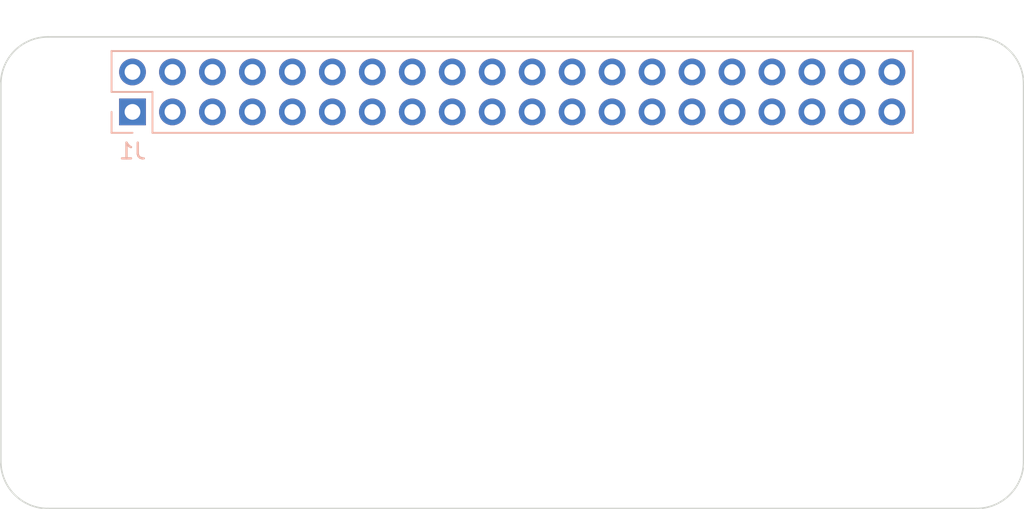
<source format=kicad_pcb>
(kicad_pcb (version 20240108) (generator "pcbnew") (generator_version "8.0")
  (title_block (date "15 nov 2012"))
  (layers (0 "F.Cu" signal) (31 "B.Cu" signal) (34 "B.Paste" user) (35 "F.Paste" user) (36 "B.SilkS" user "B.Silkscreen") (37 "F.SilkS" user "F.Silkscreen") (38 "B.Mask" user) (39 "F.Mask" user) (44 "Edge.Cuts" user))
  (net 0 "")
  (net 1 "GND")
  (net 2 "/GPIO2{slash}SDA1")
  (net 3 "/GPIO3{slash}SCL1")
  (net 4 "/GPIO4{slash}GPCLK0")
  (net 5 "/GPIO14{slash}TXD0")
  (net 6 "/GPIO15{slash}RXD0")
  (net 7 "/GPIO17")
  (net 8 "/GPIO18{slash}PCM.CLK")
  (net 9 "/GPIO27")
  (net 10 "/GPIO22")
  (net 11 "/GPIO23")
  (net 12 "/GPIO26")
  (net 13 "/GPIO24")
  (net 14 "/GPIO10{slash}SPI0.MOSI")
  (net 15 "/GPIO9{slash}SPI0.MISO")
  (net 16 "/GPIO25")
  (net 17 "/GPIO11{slash}SPI0.SCLK")
  (net 18 "/GPIO8{slash}SPI0.CE0")
  (net 19 "/GPIO7{slash}SPI0.CE1")
  (net 20 "/ID_SDA")
  (net 21 "/ID_SCL")
  (net 22 "/GPIO5")
  (net 23 "/GPIO6")
  (net 24 "/GPIO12{slash}PWM0")
  (net 25 "/GPIO13{slash}PWM1")
  (net 26 "/GPIO19{slash}PCM.FS")
  (net 27 "/GPIO16")
  (net 28 "/GPIO20{slash}PCM.DIN")
  (net 29 "/GPIO21{slash}PCM.DOUT")
  (net 30 "+5V")
  (net 31 "+3V3")
  (footprint "MountingHole:MountingHole_2.7mm_M2.5" (layer "F.Cu") (at 161.5 73.5)
    (property "Reference" "MH2" (hide yes))
    (property "Value" "MountingHole_2.7mm_M2.5" (hide yes))
    (pad "" np_thru_hole circle (at 0 0) (size 2.7 2.7) (drill 2.7) (layers "*.Cu" "*.Mask"))
  )
  (footprint "MountingHole:MountingHole_2.7mm_M2.5" (layer "F.Cu") (at 103.5 96.5)
    (property "Reference" "MH3" (hide yes))
    (property "Value" "MountingHole_2.7mm_M2.5" (hide yes))
    (pad "" np_thru_hole circle (at 0 0) (size 2.7 2.7) (drill 2.7) (layers "*.Cu" "*.Mask"))
  )
  (footprint "MountingHole:MountingHole_2.7mm_M2.5" (layer "F.Cu") (at 103.5 73.5)
    (property "Reference" "MH1" (hide yes))
    (property "Value" "MountingHole_2.7mm_M2.5" (hide yes))
    (pad "" np_thru_hole circle (at 0 0) (size 2.7 2.7) (drill 2.7) (layers "*.Cu" "*.Mask"))
  )
  (footprint "MountingHole:MountingHole_2.7mm_M2.5" (layer "F.Cu") (at 161.5 96.5)
    (property "Reference" "MH4" (hide yes))
    (property "Value" "MountingHole_2.7mm_M2.5" (hide yes))
    (pad "" np_thru_hole circle (at 0 0) (size 2.7 2.7) (drill 2.7) (layers "*.Cu" "*.Mask"))
  )
  (footprint "Connector_PinSocket_2.54mm:PinSocket_2x20_P2.54mm_Vertical" (layer "B.Cu") (at 108.37 74.77 -90)
    (property "Reference" "J1" (at 2.5 0 0) (layer "B.SilkS") (effects (justify mirror)))
    (property "Value" "GPIO")
    (fp_line (start -3.87 1.33) (end -1.27 1.33) (stroke (width 0.12)) (layer "B.SilkS"))
    (fp_line (start -3.87 1.33) (end -3.87 -49.59) (stroke (width 0.12)) (layer "B.SilkS"))
    (fp_line (start -1.27 1.33) (end -1.27 -1.27) (stroke (width 0.12)) (layer "B.SilkS"))
    (fp_line (start 0 1.33) (end 1.33 1.33) (stroke (width 0.12)) (layer "B.SilkS"))
    (fp_line (start 1.33 1.33) (end 1.33 0) (stroke (width 0.12)) (layer "B.SilkS"))
    (fp_line (start -1.27 -1.27) (end 1.33 -1.27) (stroke (width 0.12)) (layer "B.SilkS"))
    (fp_line (start 1.33 -1.27) (end 1.33 -49.59) (stroke (width 0.12)) (layer "B.SilkS"))
    (fp_line (start -3.87 -49.59) (end 1.33 -49.59) (stroke (width 0.12)) (layer "B.SilkS"))
    (pad "1" thru_hole rect (at 0 0 270) (size 1.7 1.7) (drill 1) (layers "*.Cu" "*.Mask") (net 31 "+3V3"))
    (pad "2" thru_hole oval (at -2.54 0 270) (size 1.7 1.7) (drill 1) (layers "*.Cu" "*.Mask") (net 30 "+5V"))
    (pad "3" thru_hole oval (at 0 -2.54 270) (size 1.7 1.7) (drill 1) (layers "*.Cu" "*.Mask") (net 2 "/GPIO2{slash}SDA1"))
    (pad "4" thru_hole oval (at -2.54 -2.54 270) (size 1.7 1.7) (drill 1) (layers "*.Cu" "*.Mask") (net 30 "+5V"))
    (pad "5" thru_hole oval (at 0 -5.08 270) (size 1.7 1.7) (drill 1) (layers "*.Cu" "*.Mask") (net 3 "/GPIO3{slash}SCL1"))
    (pad "6" thru_hole oval (at -2.54 -5.08 270) (size 1.7 1.7) (drill 1) (layers "*.Cu" "*.Mask") (net 1 "GND"))
    (pad "7" thru_hole oval (at 0 -7.62 270) (size 1.7 1.7) (drill 1) (layers "*.Cu" "*.Mask") (net 4 "/GPIO4{slash}GPCLK0"))
    (pad "8" thru_hole oval (at -2.54 -7.62 270) (size 1.7 1.7) (drill 1) (layers "*.Cu" "*.Mask") (net 5 "/GPIO14{slash}TXD0"))
    (pad "9" thru_hole oval (at 0 -10.16 270) (size 1.7 1.7) (drill 1) (layers "*.Cu" "*.Mask") (net 1 "GND"))
    (pad "10" thru_hole oval (at -2.54 -10.16 270) (size 1.7 1.7) (drill 1) (layers "*.Cu" "*.Mask") (net 6 "/GPIO15{slash}RXD0"))
    (pad "11" thru_hole oval (at 0 -12.7 270) (size 1.7 1.7) (drill 1) (layers "*.Cu" "*.Mask") (net 7 "/GPIO17"))
    (pad "12" thru_hole oval (at -2.54 -12.7 270) (size 1.7 1.7) (drill 1) (layers "*.Cu" "*.Mask") (net 8 "/GPIO18{slash}PCM.CLK"))
    (pad "13" thru_hole oval (at 0 -15.24 270) (size 1.7 1.7) (drill 1) (layers "*.Cu" "*.Mask") (net 9 "/GPIO27"))
    (pad "14" thru_hole oval (at -2.54 -15.24 270) (size 1.7 1.7) (drill 1) (layers "*.Cu" "*.Mask") (net 1 "GND"))
    (pad "15" thru_hole oval (at 0 -17.78 270) (size 1.7 1.7) (drill 1) (layers "*.Cu" "*.Mask") (net 10 "/GPIO22"))
    (pad "16" thru_hole oval (at -2.54 -17.78 270) (size 1.7 1.7) (drill 1) (layers "*.Cu" "*.Mask") (net 11 "/GPIO23"))
    (pad "17" thru_hole oval (at 0 -20.32 270) (size 1.7 1.7) (drill 1) (layers "*.Cu" "*.Mask") (net 31 "+3V3"))
    (pad "18" thru_hole oval (at -2.54 -20.32 270) (size 1.7 1.7) (drill 1) (layers "*.Cu" "*.Mask") (net 13 "/GPIO24"))
    (pad "19" thru_hole oval (at 0 -22.86 270) (size 1.7 1.7) (drill 1) (layers "*.Cu" "*.Mask") (net 14 "/GPIO10{slash}SPI0.MOSI"))
    (pad "20" thru_hole oval (at -2.54 -22.86 270) (size 1.7 1.7) (drill 1) (layers "*.Cu" "*.Mask") (net 1 "GND"))
    (pad "21" thru_hole oval (at 0 -25.4 270) (size 1.7 1.7) (drill 1) (layers "*.Cu" "*.Mask") (net 15 "/GPIO9{slash}SPI0.MISO"))
    (pad "22" thru_hole oval (at -2.54 -25.4 270) (size 1.7 1.7) (drill 1) (layers "*.Cu" "*.Mask") (net 16 "/GPIO25"))
    (pad "23" thru_hole oval (at 0 -27.94 270) (size 1.7 1.7) (drill 1) (layers "*.Cu" "*.Mask") (net 17 "/GPIO11{slash}SPI0.SCLK"))
    (pad "24" thru_hole oval (at -2.54 -27.94 270) (size 1.7 1.7) (drill 1) (layers "*.Cu" "*.Mask") (net 18 "/GPIO8{slash}SPI0.CE0"))
    (pad "25" thru_hole oval (at 0 -30.48 270) (size 1.7 1.7) (drill 1) (layers "*.Cu" "*.Mask") (net 1 "GND"))
    (pad "26" thru_hole oval (at -2.54 -30.48 270) (size 1.7 1.7) (drill 1) (layers "*.Cu" "*.Mask") (net 19 "/GPIO7{slash}SPI0.CE1"))
    (pad "27" thru_hole oval (at 0 -33.02 270) (size 1.7 1.7) (drill 1) (layers "*.Cu" "*.Mask") (net 20 "/ID_SDA"))
    (pad "28" thru_hole oval (at -2.54 -33.02 270) (size 1.7 1.7) (drill 1) (layers "*.Cu" "*.Mask") (net 21 "/ID_SCL"))
    (pad "29" thru_hole oval (at 0 -35.56 270) (size 1.7 1.7) (drill 1) (layers "*.Cu" "*.Mask") (net 22 "/GPIO5"))
    (pad "30" thru_hole oval (at -2.54 -35.56 270) (size 1.7 1.7) (drill 1) (layers "*.Cu" "*.Mask") (net 1 "GND"))
    (pad "31" thru_hole oval (at 0 -38.1 270) (size 1.7 1.7) (drill 1) (layers "*.Cu" "*.Mask") (net 23 "/GPIO6"))
    (pad "32" thru_hole oval (at -2.54 -38.1 270) (size 1.7 1.7) (drill 1) (layers "*.Cu" "*.Mask") (net 24 "/GPIO12{slash}PWM0"))
    (pad "33" thru_hole oval (at 0 -40.64 270) (size 1.7 1.7) (drill 1) (layers "*.Cu" "*.Mask") (net 25 "/GPIO13{slash}PWM1"))
    (pad "34" thru_hole oval (at -2.54 -40.64 270) (size 1.7 1.7) (drill 1) (layers "*.Cu" "*.Mask") (net 1 "GND"))
    (pad "35" thru_hole oval (at 0 -43.18 270) (size 1.7 1.7) (drill 1) (layers "*.Cu" "*.Mask") (net 26 "/GPIO19{slash}PCM.FS"))
    (pad "36" thru_hole oval (at -2.54 -43.18 270) (size 1.7 1.7) (drill 1) (layers "*.Cu" "*.Mask") (net 27 "/GPIO16"))
    (pad "37" thru_hole oval (at 0 -45.72 270) (size 1.7 1.7) (drill 1) (layers "*.Cu" "*.Mask") (net 12 "/GPIO26"))
    (pad "38" thru_hole oval (at -2.54 -45.72 270) (size 1.7 1.7) (drill 1) (layers "*.Cu" "*.Mask") (net 28 "/GPIO20{slash}PCM.DIN"))
    (pad "39" thru_hole oval (at 0 -48.26 270) (size 1.7 1.7) (drill 1) (layers "*.Cu" "*.Mask") (net 1 "GND"))
    (pad "40" thru_hole oval (at -2.54 -48.26 270) (size 1.7 1.7) (drill 1) (layers "*.Cu" "*.Mask") (net 29 "/GPIO21{slash}PCM.DOUT"))
  )
  (gr_arc (start 162 70) (mid 164.12132 70.87868) (end 165 73) (stroke (width 0.1)) (layer "Edge.Cuts"))
  (gr_line (start 165 97) (end 165 73) (stroke (width 0.1)) (layer "Edge.Cuts"))
  (gr_line (start 100 73) (end 100 97) (stroke (width 0.1)) (layer "Edge.Cuts"))
  (gr_arc (start 103 100) (mid 100.87868 99.12132) (end 100 97) (stroke (width 0.1)) (layer "Edge.Cuts"))
  (gr_line (start 103 100) (end 162 100) (stroke (width 0.1)) (layer "Edge.Cuts"))
  (gr_arc (start 165 97) (mid 164.12132 99.12132) (end 162 100) (stroke (width 0.1)) (layer "Edge.Cuts"))
  (gr_arc (start 100 73) (mid 100.87868 70.87868) (end 103 70) (stroke (width 0.1)) (layer "Edge.Cuts"))
  (gr_line (start 162 70) (end 103 70) (stroke (width 0.1)) (layer "Edge.Cuts"))
)
</source>
